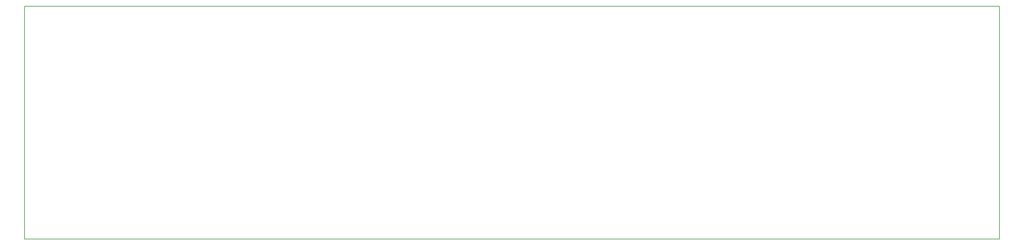
<source format=gbr>
%TF.GenerationSoftware,KiCad,Pcbnew,5.0.2-bee76a0~70~ubuntu18.04.1*%
%TF.CreationDate,2020-06-09T17:58:03+02:00*%
%TF.ProjectId,DemoNixie,44656d6f-4e69-4786-9965-2e6b69636164,rev?*%
%TF.SameCoordinates,Original*%
%TF.FileFunction,Profile,NP*%
%FSLAX46Y46*%
G04 Gerber Fmt 4.6, Leading zero omitted, Abs format (unit mm)*
G04 Created by KiCad (PCBNEW 5.0.2-bee76a0~70~ubuntu18.04.1) date mar. 09 juin 2020 17:58:03 CEST*
%MOMM*%
%LPD*%
G01*
G04 APERTURE LIST*
%ADD10C,0.150000*%
G04 APERTURE END LIST*
D10*
X375161800Y-78092000D02*
X375161800Y-144132000D01*
X99571800Y-78092000D02*
X375161800Y-78092000D01*
X99571800Y-144132000D02*
X99571800Y-78092000D01*
X375161800Y-144132000D02*
X99571800Y-144132000D01*
M02*

</source>
